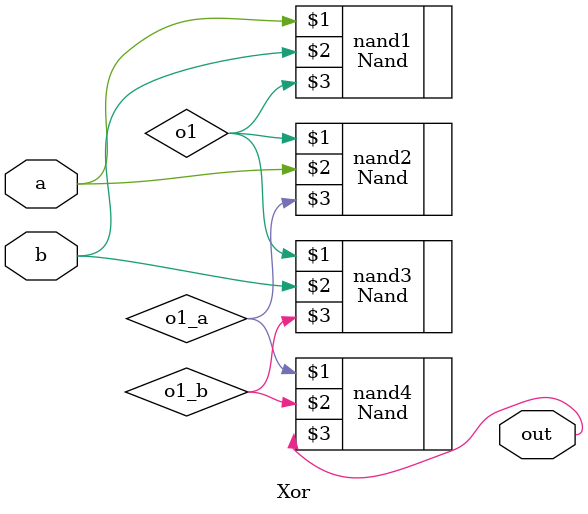
<source format=v>
module Xor(input a, b, output out);
    Nand nand1(a, b, o1);

    Nand nand2(o1, a, o1_a);
    Nand nand3(o1, b, o1_b);

    Nand nand4(o1_a, o1_b, out);
endmodule
</source>
